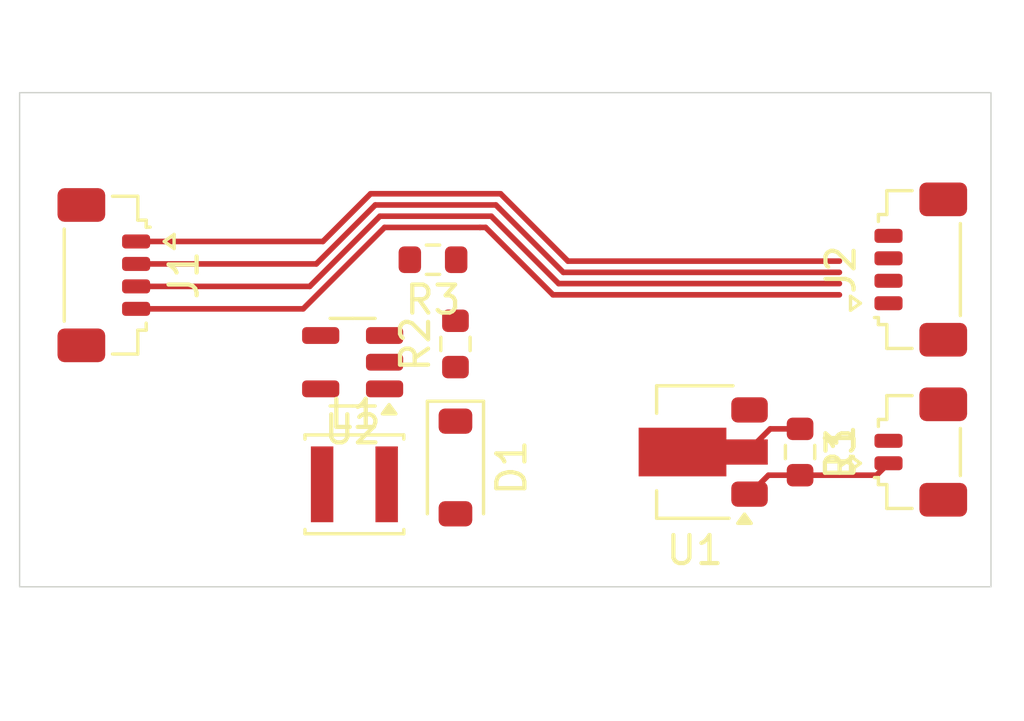
<source format=kicad_pcb>
(kicad_pcb (version 20240108) (generator "pcbnew") (generator_version "8.0")
  (layers (0 "F.Cu" signal) (31 "B.Cu" signal) (34 "B.Paste" user) (35 "F.Paste" user) (36 "B.SilkS" user "B.Silkscreen") (37 "F.SilkS" user "F.Silkscreen") (38 "B.Mask" user) (39 "F.Mask" user) (44 "Edge.Cuts" user))
  (net 0 "")
  (net 1 "Net-(D1-A)")
  (net 2 "Net-(D1-K)")
  (net 4 "unconnected-(J1-Pin_2-Pad2)")
  (net 5 "unconnected-(J1-Pin_1-Pad1)")
  (net 6 "unconnected-(J1-Pin_3-Pad3)")
  (net 7 "unconnected-(J1-Pin_4-Pad4)")
  (net 13 "GND")
  (net 15 "Net-(J3-Pin_1)")
  (net 16 "Net-(U2-EN)")
  (net 17 "Net-(U1-VO)")
  (net 18 "Net-(U2-FB)")
  (footprint "Connector_JST:JST_SUR_SM04B-SURS-TF_1x04-1MP_P0.80mm_Horizontal" (layer "F.Cu") (at 124.8 96.7 -90)
    (property "Reference" "J1" (at 0 -2.85 90) (layer "F.SilkS"))
    (property "Value" "Conn_01x04_MountingPin")
    (fp_line (start -1.64 1.41) (end 1.64 1.41) (stroke (width 0.12)) (layer "F.SilkS"))
    (fp_line (start -2.81 -0.31) (end -2.81 -1.21) (stroke (width 0.12)) (layer "F.SilkS"))
    (fp_line (start 2.81 -0.31) (end 2.81 -1.21) (stroke (width 0.12)) (layer "F.SilkS"))
    (fp_line (start -2.81 -1.21) (end -1.96 -1.21) (stroke (width 0.12)) (layer "F.SilkS"))
    (fp_line (start -1.96 -1.21) (end -1.96 -1.51) (stroke (width 0.12)) (layer "F.SilkS"))
    (fp_line (start 1.96 -1.21) (end 1.96 -1.51) (stroke (width 0.12)) (layer "F.SilkS"))
    (fp_line (start 2.81 -1.21) (end 1.96 -1.21) (stroke (width 0.12)) (layer "F.SilkS"))
    (fp_line (start -1.96 -1.51) (end -1.71 -1.51) (stroke (width 0.12)) (layer "F.SilkS"))
    (fp_line (start -1.71 -1.51) (end -1.71 -1.65) (stroke (width 0.12)) (layer "F.SilkS"))
    (fp_line (start 1.96 -1.51) (end 1.71 -1.51) (stroke (width 0.12)) (layer "F.SilkS"))
    (fp_line (start -1.2 -2.15) (end -0.95 -2.503553) (stroke (width 0.12)) (layer "F.SilkS"))
    (fp_line (start -1.45 -2.503553) (end -1.2 -2.15) (stroke (width 0.12)) (layer "F.SilkS"))
    (fp_line (start -0.95 -2.503553) (end -1.45 -2.503553) (stroke (width 0.12)) (layer "F.SilkS"))
    (pad "1" smd roundrect (at -1.2 -1.15 270) (size 0.5 1) (layers "F.Cu" "F.Paste" "F.Mask") (net 5 "unconnected-(J1-Pin_1-Pad1)"))
    (pad "2" smd roundrect (at -0.4 -1.15 270) (size 0.5 1) (layers "F.Cu" "F.Paste" "F.Mask") (net 4 "unconnected-(J1-Pin_2-Pad2)"))
    (pad "3" smd roundrect (at 0.4 -1.15 270) (size 0.5 1) (layers "F.Cu" "F.Paste" "F.Mask") (net 6 "unconnected-(J1-Pin_3-Pad3)"))
    (pad "4" smd roundrect (at 1.2 -1.15 270) (size 0.5 1) (layers "F.Cu" "F.Paste" "F.Mask") (net 7 "unconnected-(J1-Pin_4-Pad4)"))
    (pad "MP" smd roundrect (at -2.5 0.8 270) (size 1.2 1.7) (layers "F.Cu" "F.Paste" "F.Mask") (roundrect_rratio 0.208333))
    (pad "MP" smd roundrect (at 2.5 0.8 270) (size 1.2 1.7) (layers "F.Cu" "F.Paste" "F.Mask") (roundrect_rratio 0.208333))
  )
  (footprint "Connector_JST:JST_SUR_SM02B-SURS-TF_1x02-1MP_P0.80mm_Horizontal" (layer "F.Cu") (at 153.9 103 90)
    (property "Reference" "J3" (at 0 -2.85 90) (layer "F.SilkS"))
    (property "Value" "Conn_01x02_MountingPin")
    (fp_line (start -0.15 -2.503553) (end -0.65 -2.503553) (stroke (width 0.12)) (layer "F.SilkS"))
    (fp_line (start -0.65 -2.503553) (end -0.4 -2.15) (stroke (width 0.12)) (layer "F.SilkS"))
    (fp_line (start -0.4 -2.15) (end -0.15 -2.503553) (stroke (width 0.12)) (layer "F.SilkS"))
    (fp_line (start 1.16 -1.51) (end 0.91 -1.51) (stroke (width 0.12)) (layer "F.SilkS"))
    (fp_line (start -0.91 -1.51) (end -0.91 -1.65) (stroke (width 0.12)) (layer "F.SilkS"))
    (fp_line (start -1.16 -1.51) (end -0.91 -1.51) (stroke (width 0.12)) (layer "F.SilkS"))
    (fp_line (start 2.01 -1.21) (end 1.16 -1.21) (stroke (width 0.12)) (layer "F.SilkS"))
    (fp_line (start 1.16 -1.21) (end 1.16 -1.51) (stroke (width 0.12)) (layer "F.SilkS"))
    (fp_line (start -1.16 -1.21) (end -1.16 -1.51) (stroke (width 0.12)) (layer "F.SilkS"))
    (fp_line (start -2.01 -1.21) (end -1.16 -1.21) (stroke (width 0.12)) (layer "F.SilkS"))
    (fp_line (start 2.01 -0.31) (end 2.01 -1.21) (stroke (width 0.12)) (layer "F.SilkS"))
    (fp_line (start -2.01 -0.31) (end -2.01 -1.21) (stroke (width 0.12)) (layer "F.SilkS"))
    (fp_line (start -0.84 1.41) (end 0.84 1.41) (stroke (width 0.12)) (layer "F.SilkS"))
    (pad "1" smd roundrect (at -0.4 -1.15 90) (size 0.5 1) (layers "F.Cu" "F.Paste" "F.Mask") (net 15 "Net-(J3-Pin_1)"))
    (pad "2" smd roundrect (at 0.4 -1.15 90) (size 0.5 1) (layers "F.Cu" "F.Paste" "F.Mask") (net 13 "GND"))
    (pad "MP" smd roundrect (at -1.7 0.8 90) (size 1.2 1.7) (layers "F.Cu" "F.Paste" "F.Mask") (roundrect_rratio 0.208333))
    (pad "MP" smd roundrect (at 1.7 0.8 90) (size 1.2 1.7) (layers "F.Cu" "F.Paste" "F.Mask") (roundrect_rratio 0.208333))
  )
  (footprint "Resistor_SMD:R_0603_1608Metric" (layer "F.Cu") (at 137.325 99.15 90)
    (property "Reference" "R2" (at 0 -1.43 90) (layer "F.SilkS"))
    (property "Value" "R")
    (fp_line (start -0.237258 -0.5225) (end 0.237258 -0.5225) (stroke (width 0.12)) (layer "F.SilkS"))
    (fp_line (start -0.237258 0.5225) (end 0.237258 0.5225) (stroke (width 0.12)) (layer "F.SilkS"))
    (pad "1" smd roundrect (at -0.825 0 90) (size 0.8 0.95) (layers "F.Cu" "F.Paste" "F.Mask") (net 2 "Net-(D1-K)"))
    (pad "2" smd roundrect (at 0.825 0 90) (size 0.8 0.95) (layers "F.Cu" "F.Paste" "F.Mask") (net 18 "Net-(U2-FB)"))
  )
  (footprint "Diode_SMD:D_SOD-123" (layer "F.Cu") (at 137.325 103.55 -90)
    (property "Reference" "D1" (at 0 -2 90) (layer "F.SilkS"))
    (property "Value" "D")
    (fp_line (start -2.36 1) (end 1.65 1) (stroke (width 0.12)) (layer "F.SilkS"))
    (fp_line (start -2.36 -1) (end -2.36 1) (stroke (width 0.12)) (layer "F.SilkS"))
    (fp_line (start -2.36 -1) (end 1.65 -1) (stroke (width 0.12)) (layer "F.SilkS"))
    (pad "1" smd roundrect (at -1.65 0 270) (size 0.9 1.2) (layers "F.Cu" "F.Paste" "F.Mask") (net 2 "Net-(D1-K)"))
    (pad "2" smd roundrect (at 1.65 0 270) (size 0.9 1.2) (layers "F.Cu" "F.Paste" "F.Mask") (net 1 "Net-(D1-A)"))
  )
  (footprint "Inductor_SMD:L_Changjiang_FNR3015S" (layer "F.Cu") (at 133.725 104.15)
    (property "Reference" "L1" (at 0 -2.5 360) (layer "F.SilkS"))
    (property "Value" "L")
    (fp_line (start -1.76 -1.76) (end -1.76 -1.61) (stroke (width 0.12)) (layer "F.SilkS"))
    (fp_line (start -1.76 -1.76) (end 1.76 -1.76) (stroke (width 0.12)) (layer "F.SilkS"))
    (fp_line (start -1.76 1.76) (end -1.76 1.61) (stroke (width 0.12)) (layer "F.SilkS"))
    (fp_line (start -1.76 1.76) (end 1.76 1.76) (stroke (width 0.12)) (layer "F.SilkS"))
    (fp_line (start 1.76 -1.76) (end 1.76 -1.61) (stroke (width 0.12)) (layer "F.SilkS"))
    (fp_line (start 1.76 1.76) (end 1.76 1.61) (stroke (width 0.12)) (layer "F.SilkS"))
    (pad "1" smd rect (at -1.15 0) (size 0.8 2.7) (layers "F.Cu" "F.Paste" "F.Mask") (net 16 "Net-(U2-EN)"))
    (pad "2" smd rect (at 1.15 0) (size 0.8 2.7) (layers "F.Cu" "F.Paste" "F.Mask") (net 1 "Net-(D1-A)"))
  )
  (footprint "Resistor_SMD:R_0603_1608Metric" (layer "F.Cu") (at 136.525 96.15 180)
    (property "Reference" "R3" (at 0 -1.43 360) (layer "F.SilkS"))
    (property "Value" "R")
    (fp_line (start -0.237258 0.5225) (end 0.237258 0.5225) (stroke (width 0.12)) (layer "F.SilkS"))
    (fp_line (start -0.237258 -0.5225) (end 0.237258 -0.5225) (stroke (width 0.12)) (layer "F.SilkS"))
    (pad "1" smd roundrect (at -0.825 0 180) (size 0.8 0.95) (layers "F.Cu" "F.Paste" "F.Mask") (net 18 "Net-(U2-FB)"))
    (pad "2" smd roundrect (at 0.825 0 180) (size 0.8 0.95) (layers "F.Cu" "F.Paste" "F.Mask") (net 13 "GND"))
  )
  (footprint "Package_TO_SOT_SMD:SOT-23-5" (layer "F.Cu") (at 133.6625 99.8 180)
    (property "Reference" "U2" (at 0 -2.4 360) (layer "F.SilkS"))
    (property "Value" "TPS61040DBV")
    (fp_line (start 0 1.56) (end 0.8 1.56) (stroke (width 0.12)) (layer "F.SilkS"))
    (fp_line (start 0 1.56) (end -0.8 1.56) (stroke (width 0.12)) (layer "F.SilkS"))
    (fp_line (start 0 -1.56) (end 0.8 -1.56) (stroke (width 0.12)) (layer "F.SilkS"))
    (fp_line (start 0 -1.56) (end -0.8 -1.56) (stroke (width 0.12)) (layer "F.SilkS"))
    (fp_poly (pts (xy -1.3 -1.51) (xy -1.54 -1.84) (xy -1.06 -1.84) (xy -1.3 -1.51)) (stroke (width 0.12)) (fill solid) (layer "F.SilkS"))
    (pad "1" smd roundrect (at -1.1375 -0.95 180) (size 1.325 0.6) (layers "F.Cu" "F.Paste" "F.Mask") (net 1 "Net-(D1-A)"))
    (pad "2" smd roundrect (at -1.1375 0 180) (size 1.325 0.6) (layers "F.Cu" "F.Paste" "F.Mask") (net 13 "GND"))
    (pad "3" smd roundrect (at -1.1375 0.95 180) (size 1.325 0.6) (layers "F.Cu" "F.Paste" "F.Mask") (net 18 "Net-(U2-FB)"))
    (pad "4" smd roundrect (at 1.1375 0.95 180) (size 1.325 0.6) (layers "F.Cu" "F.Paste" "F.Mask") (net 16 "Net-(U2-EN)"))
    (pad "5" smd roundrect (at 1.1375 -0.95 180) (size 1.325 0.6) (layers "F.Cu" "F.Paste" "F.Mask") (net 16 "Net-(U2-EN)"))
  )
  (footprint "Package_TO_SOT_SMD:SOT-89-3" (layer "F.Cu") (at 145.85 103 180)
    (property "Reference" "U1" (at 0 -3.5 360) (layer "F.SilkS"))
    (property "Value" "LM317L_SOT-89")
    (fp_line (start 1.36 2.36) (end -1.36 2.36) (stroke (width 0.12)) (layer "F.SilkS"))
    (fp_line (start 1.36 1.38) (end 1.36 2.36) (stroke (width 0.12)) (layer "F.SilkS"))
    (fp_line (start 1.36 -1.38) (end 1.36 -2.36) (stroke (width 0.12)) (layer "F.SilkS"))
    (fp_line (start -1.22 -2.36) (end 1.36 -2.36) (stroke (width 0.12)) (layer "F.SilkS"))
    (fp_poly (pts (xy -1.77 -2.21) (xy -2.01 -2.54) (xy -1.53 -2.54) (xy -1.77 -2.21)) (stroke (width 0.12)) (fill solid) (layer "F.SilkS"))
    (pad "1" smd roundrect (at -1.95 -1.5 180) (size 1.3 0.9) (layers "F.Cu" "F.Paste" "F.Mask") (net 15 "Net-(J3-Pin_1)"))
    (pad "2" smd custom (at -1.8625 0 180) (size 1.475 0.9) (layers "F.Cu" "F.Paste" "F.Mask") (net 17 "Net-(U1-VO)") (options (clearance outline) (anchor rect)) (primitives (gr_poly (pts (xy 3.8625 0.8665) (xy 0.7375 0.8665) (xy 0.7375 -0.8665) (xy 3.8625 -0.8665)) (width 0) (fill yes))))
    (pad "3" smd roundrect (at -1.95 1.5 180) (size 1.3 0.9) (layers "F.Cu" "F.Paste" "F.Mask"))
  )
  (footprint "Resistor_SMD:R_0603_1608Metric" (layer "F.Cu") (at 149.6 103 -90)
    (property "Reference" "R1" (at 0 -1.43 90) (layer "F.SilkS"))
    (property "Value" "536R")
    (fp_line (start -0.237258 0.5225) (end 0.237258 0.5225) (stroke (width 0.12)) (layer "F.SilkS"))
    (fp_line (start -0.237258 -0.5225) (end 0.237258 -0.5225) (stroke (width 0.12)) (layer "F.SilkS"))
    (pad "1" smd roundrect (at -0.825 0 270) (size 0.8 0.95) (layers "F.Cu" "F.Paste" "F.Mask") (net 17 "Net-(U1-VO)"))
    (pad "2" smd roundrect (at 0.825 0 270) (size 0.8 0.95) (layers "F.Cu" "F.Paste" "F.Mask") (net 15 "Net-(J3-Pin_1)"))
  )
  (footprint "Connector_JST:JST_SUR_SM04B-SURS-TF_1x04-1MP_P0.80mm_Horizontal" (layer "F.Cu") (at 153.9 96.5 90)
    (property "Reference" "J2" (at 0 -2.85 90) (layer "F.SilkS"))
    (property "Value" "Conn_01x04_MountingPin")
    (fp_line (start -0.95 -2.503553) (end -1.45 -2.503553) (stroke (width 0.12)) (layer "F.SilkS"))
    (fp_line (start -1.45 -2.503553) (end -1.2 -2.15) (stroke (width 0.12)) (layer "F.SilkS"))
    (fp_line (start -1.2 -2.15) (end -0.95 -2.503553) (stroke (width 0.12)) (layer "F.SilkS"))
    (fp_line (start 1.96 -1.51) (end 1.71 -1.51) (stroke (width 0.12)) (layer "F.SilkS"))
    (fp_line (start -1.71 -1.51) (end -1.71 -1.65) (stroke (width 0.12)) (layer "F.SilkS"))
    (fp_line (start -1.96 -1.51) (end -1.71 -1.51) (stroke (width 0.12)) (layer "F.SilkS"))
    (fp_line (start 2.81 -1.21) (end 1.96 -1.21) (stroke (width 0.12)) (layer "F.SilkS"))
    (fp_line (start 1.96 -1.21) (end 1.96 -1.51) (stroke (width 0.12)) (layer "F.SilkS"))
    (fp_line (start -1.96 -1.21) (end -1.96 -1.51) (stroke (width 0.12)) (layer "F.SilkS"))
    (fp_line (start -2.81 -1.21) (end -1.96 -1.21) (stroke (width 0.12)) (layer "F.SilkS"))
    (fp_line (start 2.81 -0.31) (end 2.81 -1.21) (stroke (width 0.12)) (layer "F.SilkS"))
    (fp_line (start -2.81 -0.31) (end -2.81 -1.21) (stroke (width 0.12)) (layer "F.SilkS"))
    (fp_line (start -1.64 1.41) (end 1.64 1.41) (stroke (width 0.12)) (layer "F.SilkS"))
    (pad "1" smd roundrect (at -1.2 -1.15 90) (size 0.5 1) (layers "F.Cu" "F.Paste" "F.Mask"))
    (pad "2" smd roundrect (at -0.4 -1.15 90) (size 0.5 1) (layers "F.Cu" "F.Paste" "F.Mask"))
    (pad "3" smd roundrect (at 0.4 -1.15 90) (size 0.5 1) (layers "F.Cu" "F.Paste" "F.Mask"))
    (pad "4" smd roundrect (at 1.2 -1.15 90) (size 0.5 1) (layers "F.Cu" "F.Paste" "F.Mask"))
    (pad "MP" smd roundrect (at -2.5 0.8 90) (size 1.2 1.7) (layers "F.Cu" "F.Paste" "F.Mask") (roundrect_rratio 0.208333))
    (pad "MP" smd roundrect (at 2.5 0.8 90) (size 1.2 1.7) (layers "F.Cu" "F.Paste" "F.Mask") (roundrect_rratio 0.208333))
  )
  (gr_rect (start 121.8 90.2) (end 156.4 107.8) (stroke (width 0.05)) (fill none) (layer "Edge.Cuts"))
  (segment (start 125.95 96.3) (end 132.368628 96.3) (width 0.2) (layer "F.Cu") (net 4))
  (segment (start 138.765685 94.2) (end 138.882843 94.317158) (width 0.2) (layer "F.Cu") (net 4))
  (segment (start 141.165685 96.6) (end 151 96.6) (width 0.2) (layer "F.Cu") (net 4))
  (segment (start 134.468628 94.2) (end 138.765685 94.2) (width 0.2) (layer "F.Cu") (net 4))
  (segment (start 132.368628 96.3) (end 134.468628 94.2) (width 0.2) (layer "F.Cu") (net 4))
  (segment (start 138.882843 94.317158) (end 141.165685 96.6) (width 0.2) (layer "F.Cu") (net 4))
  (segment (start 125.95 95.55) (end 126 95.6) (width 0.2) (layer "F.Cu") (net 5))
  (segment (start 132.602942 95.5) (end 134.302942 93.8) (width 0.2) (layer "F.Cu") (net 5))
  (segment (start 125.95 95.5) (end 132.602942 95.5) (width 0.2) (layer "F.Cu") (net 5))
  (segment (start 134.302942 93.8) (end 138.931371 93.8) (width 0.2) (layer "F.Cu") (net 5))
  (segment (start 125.95 95.5) (end 125.95 95.55) (width 0.2) (layer "F.Cu") (net 5))
  (segment (start 141.331371 96.2) (end 151 96.2) (width 0.2) (layer "F.Cu") (net 5))
  (segment (start 138.931371 93.8) (end 141.331371 96.2) (width 0.2) (layer "F.Cu") (net 5))
  (segment (start 125.95 97.1) (end 132.134314 97.1) (width 0.2) (layer "F.Cu") (net 6))
  (segment (start 132.134314 97.1) (end 134.634314 94.6) (width 0.2) (layer "F.Cu") (net 6))
  (segment (start 141 97) (end 151 97) (width 0.2) (layer "F.Cu") (net 6))
  (segment (start 134.634314 94.6) (end 138.6 94.6) (width 0.2) (layer "F.Cu") (net 6))
  (segment (start 138.6 94.6) (end 141 97) (width 0.2) (layer "F.Cu") (net 6))
  (segment (start 131.9 97.9) (end 134.8 95) (width 0.2) (layer "F.Cu") (net 7))
  (segment (start 140.8 97.4) (end 151 97.4) (width 0.2) (layer "F.Cu") (net 7))
  (segment (start 134.8 95) (end 138.2 95) (width 0.2) (layer "F.Cu") (net 7))
  (segment (start 138.4 95) (end 140.8 97.4) (width 0.2) (layer "F.Cu") (net 7))
  (segment (start 125.95 97.9) (end 131.9 97.9) (width 0.2) (layer "F.Cu") (net 7))
  (segment (start 138.2 95) (end 138.4 95) (width 0.2) (layer "F.Cu") (net 7))
  (segment (start 152.325 103.825) (end 152.75 103.4) (width 0.2) (layer "F.Cu") (net 15))
  (segment (start 149.6 103.825) (end 152.325 103.825) (width 0.2) (layer "F.Cu") (net 15))
  (segment (start 148.475 103.825) (end 147.8 104.5) (width 0.2) (layer "F.Cu") (net 15))
  (segment (start 149.6 103.825) (end 148.475 103.825) (width 0.2) (layer "F.Cu") (net 15))
  (segment (start 148.5375 102.175) (end 147.7125 103) (width 0.2) (layer "F.Cu") (net 17))
  (segment (start 149.6 102.175) (end 148.5375 102.175) (width 0.2) (layer "F.Cu") (net 17))
)
</source>
